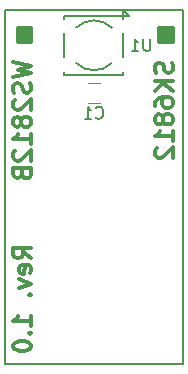
<source format=gbr>
%TF.GenerationSoftware,KiCad,Pcbnew,(5.0.0)*%
%TF.CreationDate,2018-12-15T00:02:50+01:00*%
%TF.ProjectId,addressable_led_board_V1.0,6164647265737361626C655F6C65645F,rev?*%
%TF.SameCoordinates,Original*%
%TF.FileFunction,Legend,Bot*%
%TF.FilePolarity,Positive*%
%FSLAX46Y46*%
G04 Gerber Fmt 4.6, Leading zero omitted, Abs format (unit mm)*
G04 Created by KiCad (PCBNEW (5.0.0)) date 12/15/18 00:02:50*
%MOMM*%
%LPD*%
G01*
G04 APERTURE LIST*
%ADD10C,0.300000*%
%ADD11C,0.150000*%
%ADD12C,0.120000*%
G04 APERTURE END LIST*
D10*
X17178571Y-36035714D02*
X16464285Y-35535714D01*
X17178571Y-35178571D02*
X15678571Y-35178571D01*
X15678571Y-35750000D01*
X15750000Y-35892857D01*
X15821428Y-35964285D01*
X15964285Y-36035714D01*
X16178571Y-36035714D01*
X16321428Y-35964285D01*
X16392857Y-35892857D01*
X16464285Y-35750000D01*
X16464285Y-35178571D01*
X17107142Y-37250000D02*
X17178571Y-37107142D01*
X17178571Y-36821428D01*
X17107142Y-36678571D01*
X16964285Y-36607142D01*
X16392857Y-36607142D01*
X16250000Y-36678571D01*
X16178571Y-36821428D01*
X16178571Y-37107142D01*
X16250000Y-37250000D01*
X16392857Y-37321428D01*
X16535714Y-37321428D01*
X16678571Y-36607142D01*
X16178571Y-37821428D02*
X17178571Y-38178571D01*
X16178571Y-38535714D01*
X17035714Y-39107142D02*
X17107142Y-39178571D01*
X17178571Y-39107142D01*
X17107142Y-39035714D01*
X17035714Y-39107142D01*
X17178571Y-39107142D01*
X17178571Y-41750000D02*
X17178571Y-40892857D01*
X17178571Y-41321428D02*
X15678571Y-41321428D01*
X15892857Y-41178571D01*
X16035714Y-41035714D01*
X16107142Y-40892857D01*
X17035714Y-42392857D02*
X17107142Y-42464285D01*
X17178571Y-42392857D01*
X17107142Y-42321428D01*
X17035714Y-42392857D01*
X17178571Y-42392857D01*
X15678571Y-43392857D02*
X15678571Y-43535714D01*
X15750000Y-43678571D01*
X15821428Y-43750000D01*
X15964285Y-43821428D01*
X16250000Y-43892857D01*
X16607142Y-43892857D01*
X16892857Y-43821428D01*
X17035714Y-43750000D01*
X17107142Y-43678571D01*
X17178571Y-43535714D01*
X17178571Y-43392857D01*
X17107142Y-43250000D01*
X17035714Y-43178571D01*
X16892857Y-43107142D01*
X16607142Y-43035714D01*
X16250000Y-43035714D01*
X15964285Y-43107142D01*
X15821428Y-43178571D01*
X15750000Y-43250000D01*
X15678571Y-43392857D01*
X28035714Y-16623571D02*
X29178571Y-16623571D01*
X29178571Y-16695000D02*
X28035714Y-16695000D01*
X28035714Y-16766428D02*
X29178571Y-16766428D01*
X29178571Y-16837857D02*
X28035714Y-16837857D01*
X28035714Y-16909285D02*
X29178571Y-16909285D01*
X29178571Y-16980714D02*
X28035714Y-16980714D01*
X28035714Y-17052142D02*
X29178571Y-17052142D01*
X29178571Y-17123571D02*
X28035714Y-17123571D01*
X28035714Y-17195000D02*
X29178571Y-17195000D01*
X29178571Y-17266428D02*
X28035714Y-17266428D01*
X28035714Y-17337857D02*
X29178571Y-17337857D01*
X29178571Y-17409285D02*
X28035714Y-17409285D01*
X28035714Y-17480714D02*
X29178571Y-17480714D01*
X29178571Y-17552142D02*
X28035714Y-17552142D01*
X28035714Y-17623571D02*
X29178571Y-17623571D01*
X28035714Y-16552142D02*
X28035714Y-17695000D01*
X29178571Y-17695000D01*
X29178571Y-16552142D01*
X28035714Y-16552142D01*
X29107142Y-19480714D02*
X29178571Y-19695000D01*
X29178571Y-20052142D01*
X29107142Y-20195000D01*
X29035714Y-20266428D01*
X28892857Y-20337857D01*
X28750000Y-20337857D01*
X28607142Y-20266428D01*
X28535714Y-20195000D01*
X28464285Y-20052142D01*
X28392857Y-19766428D01*
X28321428Y-19623571D01*
X28250000Y-19552142D01*
X28107142Y-19480714D01*
X27964285Y-19480714D01*
X27821428Y-19552142D01*
X27750000Y-19623571D01*
X27678571Y-19766428D01*
X27678571Y-20123571D01*
X27750000Y-20337857D01*
X29178571Y-20980714D02*
X27678571Y-20980714D01*
X29178571Y-21837857D02*
X28321428Y-21195000D01*
X27678571Y-21837857D02*
X28535714Y-20980714D01*
X27678571Y-23123571D02*
X27678571Y-22837857D01*
X27750000Y-22695000D01*
X27821428Y-22623571D01*
X28035714Y-22480714D01*
X28321428Y-22409285D01*
X28892857Y-22409285D01*
X29035714Y-22480714D01*
X29107142Y-22552142D01*
X29178571Y-22695000D01*
X29178571Y-22980714D01*
X29107142Y-23123571D01*
X29035714Y-23195000D01*
X28892857Y-23266428D01*
X28535714Y-23266428D01*
X28392857Y-23195000D01*
X28321428Y-23123571D01*
X28250000Y-22980714D01*
X28250000Y-22695000D01*
X28321428Y-22552142D01*
X28392857Y-22480714D01*
X28535714Y-22409285D01*
X28321428Y-24123571D02*
X28250000Y-23980714D01*
X28178571Y-23909285D01*
X28035714Y-23837857D01*
X27964285Y-23837857D01*
X27821428Y-23909285D01*
X27750000Y-23980714D01*
X27678571Y-24123571D01*
X27678571Y-24409285D01*
X27750000Y-24552142D01*
X27821428Y-24623571D01*
X27964285Y-24694999D01*
X28035714Y-24694999D01*
X28178571Y-24623571D01*
X28250000Y-24552142D01*
X28321428Y-24409285D01*
X28321428Y-24123571D01*
X28392857Y-23980714D01*
X28464285Y-23909285D01*
X28607142Y-23837857D01*
X28892857Y-23837857D01*
X29035714Y-23909285D01*
X29107142Y-23980714D01*
X29178571Y-24123571D01*
X29178571Y-24409285D01*
X29107142Y-24552142D01*
X29035714Y-24623571D01*
X28892857Y-24694999D01*
X28607142Y-24694999D01*
X28464285Y-24623571D01*
X28392857Y-24552142D01*
X28321428Y-24409285D01*
X29178571Y-26123571D02*
X29178571Y-25266428D01*
X29178571Y-25694999D02*
X27678571Y-25694999D01*
X27892857Y-25552142D01*
X28035714Y-25409285D01*
X28107142Y-25266428D01*
X27821428Y-26694999D02*
X27750000Y-26766428D01*
X27678571Y-26909285D01*
X27678571Y-27266428D01*
X27750000Y-27409285D01*
X27821428Y-27480714D01*
X27964285Y-27552142D01*
X28107142Y-27552142D01*
X28321428Y-27480714D01*
X29178571Y-26623571D01*
X29178571Y-27552142D01*
X16035714Y-16623571D02*
X17178571Y-16623571D01*
X17178571Y-16695000D02*
X16035714Y-16695000D01*
X16035714Y-16766428D02*
X17178571Y-16766428D01*
X17178571Y-16837857D02*
X16035714Y-16837857D01*
X16035714Y-16909285D02*
X17178571Y-16909285D01*
X17178571Y-16980714D02*
X16035714Y-16980714D01*
X16035714Y-17052142D02*
X17178571Y-17052142D01*
X17178571Y-17123571D02*
X16035714Y-17123571D01*
X16035714Y-17195000D02*
X17178571Y-17195000D01*
X17178571Y-17266428D02*
X16035714Y-17266428D01*
X16035714Y-17337857D02*
X17178571Y-17337857D01*
X17178571Y-17409285D02*
X16035714Y-17409285D01*
X16035714Y-17480714D02*
X17178571Y-17480714D01*
X17178571Y-17552142D02*
X16035714Y-17552142D01*
X16035714Y-17623571D02*
X17178571Y-17623571D01*
X16035714Y-16552142D02*
X16035714Y-17695000D01*
X17178571Y-17695000D01*
X17178571Y-16552142D01*
X16035714Y-16552142D01*
X15678571Y-19409285D02*
X17178571Y-19766428D01*
X16107142Y-20052142D01*
X17178571Y-20337857D01*
X15678571Y-20695000D01*
X17107142Y-21195000D02*
X17178571Y-21409285D01*
X17178571Y-21766428D01*
X17107142Y-21909285D01*
X17035714Y-21980714D01*
X16892857Y-22052142D01*
X16750000Y-22052142D01*
X16607142Y-21980714D01*
X16535714Y-21909285D01*
X16464285Y-21766428D01*
X16392857Y-21480714D01*
X16321428Y-21337857D01*
X16250000Y-21266428D01*
X16107142Y-21195000D01*
X15964285Y-21195000D01*
X15821428Y-21266428D01*
X15750000Y-21337857D01*
X15678571Y-21480714D01*
X15678571Y-21837857D01*
X15750000Y-22052142D01*
X15821428Y-22623571D02*
X15750000Y-22695000D01*
X15678571Y-22837857D01*
X15678571Y-23195000D01*
X15750000Y-23337857D01*
X15821428Y-23409285D01*
X15964285Y-23480714D01*
X16107142Y-23480714D01*
X16321428Y-23409285D01*
X17178571Y-22552142D01*
X17178571Y-23480714D01*
X16321428Y-24337857D02*
X16250000Y-24195000D01*
X16178571Y-24123571D01*
X16035714Y-24052142D01*
X15964285Y-24052142D01*
X15821428Y-24123571D01*
X15750000Y-24195000D01*
X15678571Y-24337857D01*
X15678571Y-24623571D01*
X15750000Y-24766428D01*
X15821428Y-24837857D01*
X15964285Y-24909285D01*
X16035714Y-24909285D01*
X16178571Y-24837857D01*
X16250000Y-24766428D01*
X16321428Y-24623571D01*
X16321428Y-24337857D01*
X16392857Y-24195000D01*
X16464285Y-24123571D01*
X16607142Y-24052142D01*
X16892857Y-24052142D01*
X17035714Y-24123571D01*
X17107142Y-24195000D01*
X17178571Y-24337857D01*
X17178571Y-24623571D01*
X17107142Y-24766428D01*
X17035714Y-24837857D01*
X16892857Y-24909285D01*
X16607142Y-24909285D01*
X16464285Y-24837857D01*
X16392857Y-24766428D01*
X16321428Y-24623571D01*
X17178571Y-26337857D02*
X17178571Y-25480714D01*
X17178571Y-25909285D02*
X15678571Y-25909285D01*
X15892857Y-25766428D01*
X16035714Y-25623571D01*
X16107142Y-25480714D01*
X15821428Y-26909285D02*
X15750000Y-26980714D01*
X15678571Y-27123571D01*
X15678571Y-27480714D01*
X15750000Y-27623571D01*
X15821428Y-27695000D01*
X15964285Y-27766428D01*
X16107142Y-27766428D01*
X16321428Y-27695000D01*
X17178571Y-26837857D01*
X17178571Y-27766428D01*
X16392857Y-28909285D02*
X16464285Y-29123571D01*
X16535714Y-29195000D01*
X16678571Y-29266428D01*
X16892857Y-29266428D01*
X17035714Y-29195000D01*
X17107142Y-29123571D01*
X17178571Y-28980714D01*
X17178571Y-28409285D01*
X15678571Y-28409285D01*
X15678571Y-28909285D01*
X15750000Y-29052142D01*
X15821428Y-29123571D01*
X15964285Y-29195000D01*
X16107142Y-29195000D01*
X16250000Y-29123571D01*
X16321428Y-29052142D01*
X16392857Y-28909285D01*
X16392857Y-28409285D01*
D11*
X15000000Y-45000000D02*
X15000000Y-15000000D01*
X30000000Y-45000000D02*
X15000000Y-45000000D01*
X30000000Y-15000000D02*
X30000000Y-45000000D01*
X15000000Y-15000000D02*
X30000000Y-15000000D01*
D12*
X23000000Y-22850000D02*
X22000000Y-22850000D01*
X22000000Y-21150000D02*
X23000000Y-21150000D01*
D11*
X25000000Y-19000000D02*
X25000000Y-17000000D01*
X20000000Y-17000000D02*
X20000000Y-19000000D01*
X25000000Y-15500000D02*
X25000000Y-15000000D01*
X25000000Y-15000000D02*
X25500000Y-15500000D01*
X25500000Y-15500000D02*
X25000000Y-15500000D01*
X21000000Y-16500000D02*
G75*
G02X24000000Y-16500000I1500000J-1500000D01*
G01*
X24000000Y-19500000D02*
G75*
G02X21000000Y-19500000I-1500000J1500000D01*
G01*
X25000000Y-20500000D02*
X25000000Y-20250000D01*
X25000000Y-15500000D02*
X25000000Y-15750000D01*
X20000000Y-15750000D02*
X20000000Y-15500000D01*
X20000000Y-20500000D02*
X20000000Y-20250000D01*
X20000000Y-20500000D02*
X25000000Y-20500000D01*
X25000000Y-15500000D02*
X20000000Y-15500000D01*
X22666666Y-24107142D02*
X22714285Y-24154761D01*
X22857142Y-24202380D01*
X22952380Y-24202380D01*
X23095238Y-24154761D01*
X23190476Y-24059523D01*
X23238095Y-23964285D01*
X23285714Y-23773809D01*
X23285714Y-23630952D01*
X23238095Y-23440476D01*
X23190476Y-23345238D01*
X23095238Y-23250000D01*
X22952380Y-23202380D01*
X22857142Y-23202380D01*
X22714285Y-23250000D01*
X22666666Y-23297619D01*
X21714285Y-24202380D02*
X22285714Y-24202380D01*
X22000000Y-24202380D02*
X22000000Y-23202380D01*
X22095238Y-23345238D01*
X22190476Y-23440476D01*
X22285714Y-23488095D01*
X27261904Y-17452380D02*
X27261904Y-18261904D01*
X27214285Y-18357142D01*
X27166666Y-18404761D01*
X27071428Y-18452380D01*
X26880952Y-18452380D01*
X26785714Y-18404761D01*
X26738095Y-18357142D01*
X26690476Y-18261904D01*
X26690476Y-17452380D01*
X25690476Y-18452380D02*
X26261904Y-18452380D01*
X25976190Y-18452380D02*
X25976190Y-17452380D01*
X26071428Y-17595238D01*
X26166666Y-17690476D01*
X26261904Y-17738095D01*
M02*

</source>
